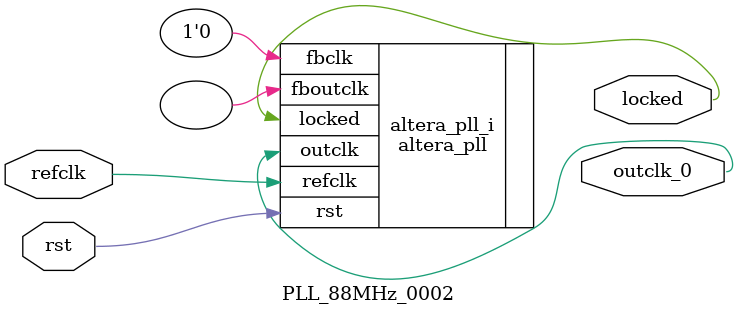
<source format=v>
`timescale 1ns/10ps
module  PLL_88MHz_0002(

	// interface 'refclk'
	input wire refclk,

	// interface 'reset'
	input wire rst,

	// interface 'outclk0'
	output wire outclk_0,

	// interface 'locked'
	output wire locked
);

	altera_pll #(
		.fractional_vco_multiplier("false"),
		.reference_clock_frequency("50.0 MHz"),
		.operation_mode("direct"),
		.number_of_clocks(1),
		.output_clock_frequency0("88.000000 MHz"),
		.phase_shift0("0 ps"),
		.duty_cycle0(50),
		.output_clock_frequency1("0 MHz"),
		.phase_shift1("0 ps"),
		.duty_cycle1(50),
		.output_clock_frequency2("0 MHz"),
		.phase_shift2("0 ps"),
		.duty_cycle2(50),
		.output_clock_frequency3("0 MHz"),
		.phase_shift3("0 ps"),
		.duty_cycle3(50),
		.output_clock_frequency4("0 MHz"),
		.phase_shift4("0 ps"),
		.duty_cycle4(50),
		.output_clock_frequency5("0 MHz"),
		.phase_shift5("0 ps"),
		.duty_cycle5(50),
		.output_clock_frequency6("0 MHz"),
		.phase_shift6("0 ps"),
		.duty_cycle6(50),
		.output_clock_frequency7("0 MHz"),
		.phase_shift7("0 ps"),
		.duty_cycle7(50),
		.output_clock_frequency8("0 MHz"),
		.phase_shift8("0 ps"),
		.duty_cycle8(50),
		.output_clock_frequency9("0 MHz"),
		.phase_shift9("0 ps"),
		.duty_cycle9(50),
		.output_clock_frequency10("0 MHz"),
		.phase_shift10("0 ps"),
		.duty_cycle10(50),
		.output_clock_frequency11("0 MHz"),
		.phase_shift11("0 ps"),
		.duty_cycle11(50),
		.output_clock_frequency12("0 MHz"),
		.phase_shift12("0 ps"),
		.duty_cycle12(50),
		.output_clock_frequency13("0 MHz"),
		.phase_shift13("0 ps"),
		.duty_cycle13(50),
		.output_clock_frequency14("0 MHz"),
		.phase_shift14("0 ps"),
		.duty_cycle14(50),
		.output_clock_frequency15("0 MHz"),
		.phase_shift15("0 ps"),
		.duty_cycle15(50),
		.output_clock_frequency16("0 MHz"),
		.phase_shift16("0 ps"),
		.duty_cycle16(50),
		.output_clock_frequency17("0 MHz"),
		.phase_shift17("0 ps"),
		.duty_cycle17(50),
		.pll_type("General"),
		.pll_subtype("General")
	) altera_pll_i (
		.rst	(rst),
		.outclk	({outclk_0}),
		.locked	(locked),
		.fboutclk	( ),
		.fbclk	(1'b0),
		.refclk	(refclk)
	);
endmodule


</source>
